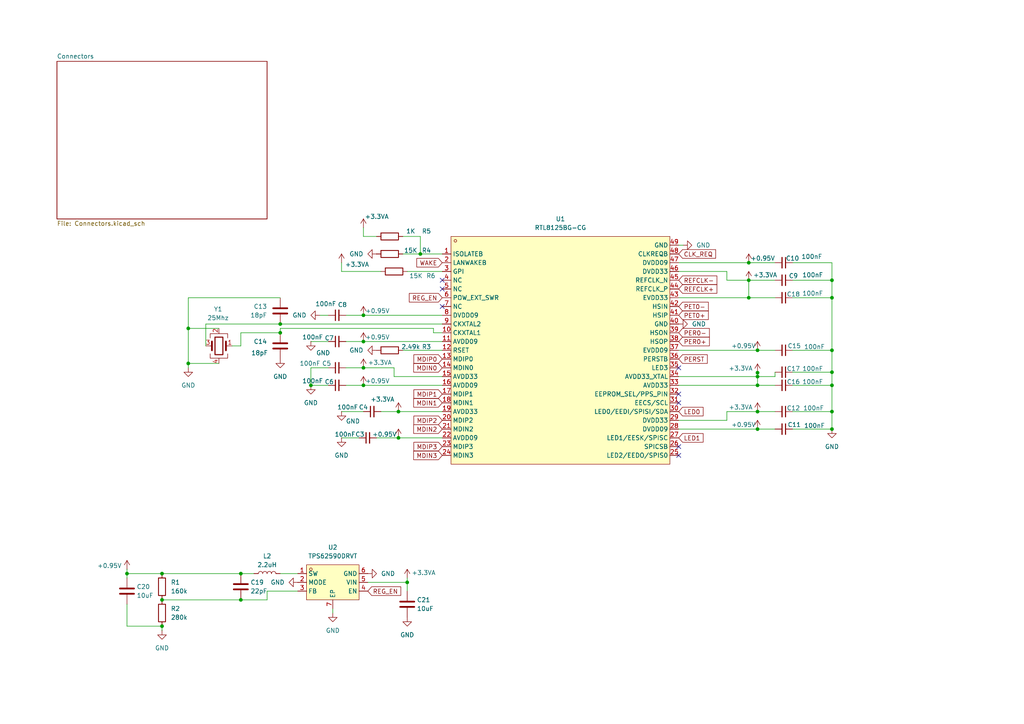
<source format=kicad_sch>
(kicad_sch (version 20250114) (generator "eeschema") (generator_version "9.0")
  (paper "A4")
  (title_block (title "PCIE 1X to 2.5G Ethernet") (date "2025-06-20") (rev "v0.1") (company "Author: Cath Bălan"))
  (lib_symbols
    (symbol "Device:C" (pin_numbers (hide yes)) (pin_names (offset 0.254))
      (property "Reference" "C" (at 0.635 2.54 0))
      (property "Value" "C" (at 0.635 -2.54 0))
      (symbol "C_0_1"
        (polyline (pts (xy -2.032 0.762) (xy 2.032 0.762)) (stroke (width 0.508)))
        (polyline (pts (xy -2.032 -0.762) (xy 2.032 -0.762)) (stroke (width 0.508)))
      )
      (symbol "C_1_1"
        (pin passive line (at 0 3.81 270) (length 2.794) (name "~") (number "1"))
        (pin passive line (at 0 -3.81 90) (length 2.794) (name "~") (number "2"))
      )
    )
    (symbol "Device:C_Small" (pin_numbers (hide yes)) (pin_names (offset 0.254) (hide yes))
      (property "Reference" "C" (at 0.254 1.778 0))
      (property "Value" "C_Small" (at 0.254 -2.032 0))
      (symbol "C_Small_0_1"
        (polyline (pts (xy -1.524 0.508) (xy 1.524 0.508)) (stroke (width 0.3048)))
        (polyline (pts (xy -1.524 -0.508) (xy 1.524 -0.508)) (stroke (width 0.3302)))
      )
      (symbol "C_Small_1_1"
        (pin passive line (at 0 2.54 270) (length 2.032) (name "~") (number "1"))
        (pin passive line (at 0 -2.54 90) (length 2.032) (name "~") (number "2"))
      )
    )
    (symbol "Device:Crystal_GND24" (pin_names (offset 1.016) (hide yes))
      (property "Reference" "Y" (at 3.175 5.08 0))
      (property "Value" "Crystal_GND24" (at 3.175 3.175 0))
      (symbol "Crystal_GND24_0_1"
        (polyline (pts (xy -2.54 2.286) (xy -2.54 3.556) (xy 2.54 3.556) (xy 2.54 2.286)))
        (polyline (pts (xy -2.54 0) (xy -2.032 0)))
        (polyline (pts (xy -2.54 -2.286) (xy -2.54 -3.556) (xy 2.54 -3.556) (xy 2.54 -2.286)))
        (polyline (pts (xy -2.032 -1.27) (xy -2.032 1.27)) (stroke (width 0.508)))
        (rectangle (start -1.143 2.54) (end 1.143 -2.54) (stroke (width 0.3048)))
        (polyline (pts (xy 0 3.556) (xy 0 3.81)))
        (polyline (pts (xy 0 -3.81) (xy 0 -3.556)))
        (polyline (pts (xy 2.032 0) (xy 2.54 0)))
        (polyline (pts (xy 2.032 -1.27) (xy 2.032 1.27)) (stroke (width 0.508)))
      )
      (symbol "Crystal_GND24_1_1"
        (pin passive line (at -3.81 0 0) (length 1.27) (name "1") (number "1"))
        (pin passive line (at 0 5.08 270) (length 1.27) (name "2") (number "2"))
        (pin passive line (at 0 -5.08 90) (length 1.27) (name "4") (number "4"))
        (pin passive line (at 3.81 0 180) (length 1.27) (name "3") (number "3"))
      )
    )
    (symbol "Device:L" (pin_numbers (hide yes)) (pin_names (offset 1.016) (hide yes))
      (property "Reference" "L" (at -1.27 0 90))
      (property "Value" "L" (at 1.905 0 90))
      (symbol "L_0_1"
        (arc (start 0 2.54) (mid 0.6323 1.905) (end 0 1.27))
        (arc (start 0 1.27) (mid 0.6323 0.635) (end 0 0))
        (arc (start 0 0) (mid 0.6323 -0.635) (end 0 -1.27))
        (arc (start 0 -1.27) (mid 0.6323 -1.905) (end 0 -2.54))
      )
      (symbol "L_1_1"
        (pin passive line (at 0 3.81 270) (length 1.27) (name "1") (number "1"))
        (pin passive line (at 0 -3.81 90) (length 1.27) (name "2") (number "2"))
      )
    )
    (symbol "Device:R" (pin_numbers (hide yes)) (pin_names (offset 0))
      (property "Reference" "R" (at 2.032 0 90))
      (property "Value" "R" (at 0 0 90))
      (symbol "R_0_1"
        (rectangle (start -1.016 -2.54) (end 1.016 2.54) (stroke (width 0.254)))
      )
      (symbol "R_1_1"
        (pin passive line (at 0 3.81 270) (length 1.27) (name "~") (number "1"))
        (pin passive line (at 0 -3.81 90) (length 1.27) (name "~") (number "2"))
      )
    )
    (symbol "da:RTL8125BG-CG"
      (property "Reference" "U" (at 0 35.56 0))
      (property "Value" "RTL8125BG-CG" (at 0 -35.56 0))
      (symbol "RTL8125BG-CG_0_1"
        (rectangle (start -31.75 33.02) (end 31.75 -33.02) (fill (type background)))
        (circle (center -30.48 31.75) (radius 0.38))
        (pin unspecified line (at -34.29 27.94 0) (length 2.54) (name "ISOLATEB") (number "1"))
        (pin unspecified line (at -34.29 25.4 0) (length 2.54) (name "LANWAKEB") (number "2"))
        (pin unspecified line (at -34.29 22.86 0) (length 2.54) (name "GPI") (number "3"))
        (pin unspecified line (at -34.29 20.32 0) (length 2.54) (name "NC") (number "4"))
        (pin unspecified line (at -34.29 17.78 0) (length 2.54) (name "NC") (number "5"))
        (pin unspecified line (at -34.29 15.24 0) (length 2.54) (name "POW_EXT_SWR") (number "6"))
        (pin unspecified line (at -34.29 12.7 0) (length 2.54) (name "NC") (number "7"))
        (pin unspecified line (at -34.29 10.16 0) (length 2.54) (name "DVDD09") (number "8"))
        (pin unspecified line (at -34.29 7.62 0) (length 2.54) (name "CKXTAL2") (number "9"))
        (pin unspecified line (at -34.29 5.08 0) (length 2.54) (name "CKXTAL1") (number "10"))
        (pin unspecified line (at -34.29 2.54 0) (length 2.54) (name "AVDD09") (number "11"))
        (pin unspecified line (at -34.29 0 0) (length 2.54) (name "RSET") (number "12"))
        (pin unspecified line (at -34.29 -2.54 0) (length 2.54) (name "MDIP0") (number "13"))
        (pin unspecified line (at -34.29 -5.08 0) (length 2.54) (name "MDIN0") (number "14"))
        (pin unspecified line (at -34.29 -7.62 0) (length 2.54) (name "AVDD33") (number "15"))
        (pin unspecified line (at -34.29 -10.16 0) (length 2.54) (name "AVDD09") (number "16"))
        (pin unspecified line (at -34.29 -12.7 0) (length 2.54) (name "MDIP1") (number "17"))
        (pin unspecified line (at -34.29 -15.24 0) (length 2.54) (name "MDIN1") (number "18"))
        (pin unspecified line (at -34.29 -17.78 0) (length 2.54) (name "AVDD33") (number "19"))
        (pin unspecified line (at -34.29 -20.32 0) (length 2.54) (name "MDIP2") (number "20"))
        (pin unspecified line (at -34.29 -22.86 0) (length 2.54) (name "MDIN2") (number "21"))
        (pin unspecified line (at -34.29 -25.4 0) (length 2.54) (name "AVDD09") (number "22"))
        (pin unspecified line (at -34.29 -27.94 0) (length 2.54) (name "MDIP3") (number "23"))
        (pin unspecified line (at -34.29 -30.48 0) (length 2.54) (name "MDIN3") (number "24"))
        (pin unspecified line (at 34.29 30.48 180) (length 2.54) (name "GND") (number "49"))
        (pin unspecified line (at 34.29 27.94 180) (length 2.54) (name "CLKREQB") (number "48"))
        (pin unspecified line (at 34.29 25.4 180) (length 2.54) (name "DVDD09") (number "47"))
        (pin unspecified line (at 34.29 22.86 180) (length 2.54) (name "DVDD33") (number "46"))
        (pin unspecified line (at 34.29 20.32 180) (length 2.54) (name "REFCLK_N") (number "45"))
        (pin unspecified line (at 34.29 17.78 180) (length 2.54) (name "REFCLK_P") (number "44"))
        (pin unspecified line (at 34.29 15.24 180) (length 2.54) (name "EVDD33") (number "43"))
        (pin unspecified line (at 34.29 12.7 180) (length 2.54) (name "HSIN") (number "42"))
        (pin unspecified line (at 34.29 10.16 180) (length 2.54) (name "HSIP") (number "41"))
        (pin unspecified line (at 34.29 7.62 180) (length 2.54) (name "GND") (number "40"))
        (pin unspecified line (at 34.29 5.08 180) (length 2.54) (name "HSON") (number "39"))
        (pin unspecified line (at 34.29 2.54 180) (length 2.54) (name "HSOP") (number "38"))
        (pin unspecified line (at 34.29 0 180) (length 2.54) (name "EVDD09") (number "37"))
        (pin unspecified line (at 34.29 -2.54 180) (length 2.54) (name "PERSTB") (number "36"))
        (pin unspecified line (at 34.29 -5.08 180) (length 2.54) (name "LED3") (number "35"))
        (pin unspecified line (at 34.29 -7.62 180) (length 2.54) (name "AVDD33_XTAL") (number "34"))
        (pin unspecified line (at 34.29 -10.16 180) (length 2.54) (name "AVDD33") (number "33"))
        (pin unspecified line (at 34.29 -12.7 180) (length 2.54) (name "EEPROM_SEL/PPS_PIN") (number "32"))
        (pin unspecified line (at 34.29 -15.24 180) (length 2.54) (name "EECS/SCL") (number "31"))
        (pin unspecified line (at 34.29 -17.78 180) (length 2.54) (name "LED0/EEDI/SPISI/SDA") (number "30"))
        (pin unspecified line (at 34.29 -20.32 180) (length 2.54) (name "DVDD33") (number "29"))
        (pin unspecified line (at 34.29 -22.86 180) (length 2.54) (name "DVDD09") (number "28"))
        (pin unspecified line (at 34.29 -25.4 180) (length 2.54) (name "LED1/EESK/SPISC") (number "27"))
        (pin unspecified line (at 34.29 -27.94 180) (length 2.54) (name "SPICSB") (number "26"))
        (pin unspecified line (at 34.29 -30.48 180) (length 2.54) (name "LED2/EEDO/SPIS0") (number "25"))
      )
    )
    (symbol "da:TPS62590DRVT"
      (property "Reference" "U" (at 0 7.62 0))
      (property "Value" "TPS62590DRVT" (at 0 -12.7 0))
      (symbol "TPS62590DRVT_0_1"
        (rectangle (start -7.62 5.08) (end 7.62 -5.08) (fill (type background)))
        (circle (center -6.35 3.81) (radius 0.38))
        (pin unspecified line (at -10.16 2.54 0) (length 2.54) (name "SW") (number "1"))
        (pin unspecified line (at -10.16 0 0) (length 2.54) (name "MODE") (number "2"))
        (pin unspecified line (at -10.16 -2.54 0) (length 2.54) (name "FB") (number "3"))
        (pin unspecified line (at 0 -7.62 90) (length 2.54) (name "EP") (number "7"))
        (pin unspecified line (at 10.16 2.54 180) (length 2.54) (name "GND") (number "6"))
        (pin unspecified line (at 10.16 0 180) (length 2.54) (name "VIN") (number "5"))
        (pin unspecified line (at 10.16 -2.54 180) (length 2.54) (name "EN") (number "4"))
      )
    )
    (symbol "power:+1V0" (power) (pin_numbers (hide yes)) (pin_names (offset 0) (hide yes))
      (property "Value" "+1V0" (at 0 3.556 0))
      (symbol "+1V0_0_1"
        (polyline (pts (xy -0.762 1.27) (xy 0 2.54)))
        (polyline (pts (xy 0 2.54) (xy 0.762 1.27)))
        (polyline (pts (xy 0 0) (xy 0 2.54)))
      )
      (symbol "+1V0_1_1"
        (pin power_in line (at 0 0 90) (length 0) (name "~") (number "1"))
      )
    )
    (symbol "power:+3.3VA" (power) (pin_names (offset 0))
      (property "Value" "+3.3VA" (at 0 3.556 0))
      (symbol "+3.3VA_0_1"
        (polyline (pts (xy -0.762 1.27) (xy 0 2.54)))
        (polyline (pts (xy 0 2.54) (xy 0.762 1.27)))
        (polyline (pts (xy 0 0) (xy 0 2.54)))
      )
      (symbol "+3.3VA_1_1"
        (pin power_in line (at 0 0 90) (length 0) (hide yes) (name "+3.3VA") (number "1"))
      )
    )
    (symbol "power:GND" (power) (pin_numbers (hide yes)) (pin_names (offset 0) (hide yes))
      (property "Value" "GND" (at 0 -3.81 0))
      (symbol "GND_0_1"
        (polyline (pts (xy 0 0) (xy 0 -1.27) (xy 1.27 -1.27) (xy 0 -2.54) (xy -1.27 -1.27) (xy 0 -1.27)))
      )
      (symbol "GND_1_1"
        (pin power_in line (at 0 0 270) (length 0) (name "~") (number "1"))
      )
    )
  )
  (junction (at 115.57 127))
  (junction (at 241.3 107.95))
  (junction (at 219.71 124.46))
  (junction (at 241.3 81.28))
  (junction (at 219.71 101.6))
  (junction (at 105.41 99.06))
  (junction (at 121.92 73.66))
  (junction (at 54.61 95.25))
  (junction (at 219.71 108.1036))
  (junction (at 219.71 119.38))
  (junction (at 217.17 81.28))
  (junction (at 105.41 91.44))
  (junction (at 219.71 109.22))
  (junction (at 241.3 86.36))
  (junction (at 81.28 93.98))
  (junction (at 118.11 168.91))
  (junction (at 69.85 173.99))
  (junction (at 115.57 119.38))
  (junction (at 217.17 86.36))
  (junction (at 105.41 106.68))
  (junction (at 217.17 76.2))
  (junction (at 219.71 111.76))
  (junction (at 54.61 105.41))
  (junction (at 241.3 119.38))
  (junction (at 81.28 96.52))
  (junction (at 90.17 111.76))
  (junction (at 105.41 111.76))
  (junction (at 241.3 101.6))
  (junction (at 46.99 166.37))
  (junction (at 36.83 166.37))
  (junction (at 46.99 181.61))
  (junction (at 69.85 166.37))
  (junction (at 241.3 124.46))
  (junction (at 241.3 111.76))
  (junction (at 46.99 173.99))
  (no_connect (at 128.27 88.9))
  (no_connect (at 196.85 114.3))
  (no_connect (at 128.27 83.82))
  (no_connect (at 196.85 116.84))
  (no_connect (at 196.85 106.68))
  (no_connect (at 128.27 81.28))
  (no_connect (at 196.85 129.54))
  (no_connect (at 196.85 132.08))
  (wire (pts (xy 217.17 81.28) (xy 224.79 81.28)))
  (wire (pts (xy 105.41 66.04) (xy 105.41 68.58)))
  (wire (pts (xy 125.73 96.52) (xy 128.27 96.52)))
  (wire (pts (xy 105.41 106.68) (xy 114.3 106.68)))
  (wire (pts (xy 69.85 166.37) (xy 73.66 166.37)))
  (wire (pts (xy 54.61 95.25) (xy 54.61 105.41)))
  (wire (pts (xy 81.28 93.98) (xy 59.69 93.98)))
  (wire (pts (xy 99.06 127) (xy 104.14 127)))
  (wire (pts (xy 105.41 111.76) (xy 128.27 111.76)))
  (wire (pts (xy 217.17 76.2) (xy 224.79 76.2)))
  (wire (pts (xy 118.11 78.74) (xy 128.27 78.74)))
  (wire (pts (xy 121.92 68.58) (xy 121.92 73.66)))
  (wire (pts (xy 114.3 106.68) (xy 114.3 109.22)))
  (wire (pts (xy 90.17 111.76) (xy 95.25 111.76)))
  (wire (pts (xy 90.17 106.68) (xy 90.17 111.76)))
  (wire (pts (xy 241.3 119.38) (xy 241.3 124.46)))
  (wire (pts (xy 241.3 119.38) (xy 229.87 119.38)))
  (wire (pts (xy 224.79 109.22) (xy 224.79 107.95)))
  (wire (pts (xy 59.69 93.98) (xy 59.69 100.33)))
  (wire (pts (xy 54.61 105.41) (xy 54.61 106.68)))
  (wire (pts (xy 125.73 95.25) (xy 125.73 96.52)))
  (wire (pts (xy 69.85 100.33) (xy 69.85 96.52)))
  (wire (pts (xy 229.87 107.95) (xy 241.3 107.95)))
  (wire (pts (xy 105.41 68.58) (xy 109.22 68.58)))
  (wire (pts (xy 110.49 119.38) (xy 115.57 119.38)))
  (wire (pts (xy 198.12 71.12) (xy 196.85 71.12)))
  (wire (pts (xy 219.71 101.6) (xy 224.79 101.6)))
  (wire (pts (xy 116.84 68.58) (xy 121.92 68.58)))
  (wire (pts (xy 196.85 109.22) (xy 219.71 109.22)))
  (wire (pts (xy 241.3 111.76) (xy 241.3 119.38)))
  (wire (pts (xy 105.41 99.06) (xy 128.27 99.06)))
  (wire (pts (xy 114.3 109.22) (xy 128.27 109.22)))
  (wire (pts (xy 36.83 181.61) (xy 46.99 181.61)))
  (wire (pts (xy 63.5 95.25) (xy 54.61 95.25)))
  (wire (pts (xy 196.85 124.46) (xy 219.71 124.46)))
  (wire (pts (xy 229.87 86.36) (xy 241.3 86.36)))
  (wire (pts (xy 54.61 86.36) (xy 54.61 95.25)))
  (wire (pts (xy 90.17 106.68) (xy 95.25 106.68)))
  (wire (pts (xy 46.99 173.99) (xy 69.85 173.99)))
  (wire (pts (xy 219.71 108.1036) (xy 219.71 107.95)))
  (wire (pts (xy 106.68 168.91) (xy 118.11 168.91)))
  (wire (pts (xy 36.83 166.37) (xy 36.83 167.64)))
  (wire (pts (xy 229.87 81.28) (xy 241.3 81.28)))
  (wire (pts (xy 100.33 111.76) (xy 105.41 111.76)))
  (wire (pts (xy 196.85 101.6) (xy 219.71 101.6)))
  (wire (pts (xy 77.47 171.45) (xy 77.47 173.99)))
  (wire (pts (xy 241.3 101.6) (xy 229.87 101.6)))
  (wire (pts (xy 241.3 81.28) (xy 241.3 86.36)))
  (wire (pts (xy 36.83 166.37) (xy 36.83 165.1)))
  (wire (pts (xy 219.71 109.22) (xy 219.71 108.1036)))
  (wire (pts (xy 196.85 111.76) (xy 219.71 111.76)))
  (wire (pts (xy 121.92 73.66) (xy 128.27 73.66)))
  (wire (pts (xy 219.71 111.76) (xy 224.79 111.76)))
  (wire (pts (xy 229.87 76.2) (xy 241.3 76.2)))
  (wire (pts (xy 81.28 86.36) (xy 54.61 86.36)))
  (wire (pts (xy 241.3 107.95) (xy 241.3 101.6)))
  (wire (pts (xy 210.82 121.92) (xy 196.85 121.92)))
  (wire (pts (xy 210.82 119.38) (xy 210.82 121.92)))
  (wire (pts (xy 118.11 168.91) (xy 118.11 171.45)))
  (wire (pts (xy 241.3 81.28) (xy 241.3 76.2)))
  (wire (pts (xy 210.82 119.38) (xy 219.71 119.38)))
  (wire (pts (xy 219.71 109.22) (xy 219.71 111.76)))
  (wire (pts (xy 99.06 76.2) (xy 99.06 78.74)))
  (wire (pts (xy 210.82 78.74) (xy 196.85 78.74)))
  (wire (pts (xy 99.06 78.74) (xy 110.49 78.74)))
  (wire (pts (xy 100.33 91.44) (xy 105.41 91.44)))
  (wire (pts (xy 217.17 86.36) (xy 224.79 86.36)))
  (wire (pts (xy 46.99 166.37) (xy 69.85 166.37)))
  (wire (pts (xy 63.5 105.41) (xy 54.61 105.41)))
  (wire (pts (xy 229.87 111.76) (xy 241.3 111.76)))
  (wire (pts (xy 81.28 95.25) (xy 125.73 95.25)))
  (wire (pts (xy 92.71 91.44) (xy 95.25 91.44)))
  (wire (pts (xy 116.84 101.6) (xy 128.27 101.6)))
  (wire (pts (xy 241.3 111.76) (xy 241.3 107.95)))
  (wire (pts (xy 217.17 81.28) (xy 210.82 81.28)))
  (wire (pts (xy 217.17 81.28) (xy 217.17 86.36)))
  (wire (pts (xy 81.28 166.37) (xy 86.36 166.37)))
  (wire (pts (xy 116.84 73.66) (xy 121.92 73.66)))
  (wire (pts (xy 219.71 119.38) (xy 224.79 119.38)))
  (wire (pts (xy 109.22 127) (xy 115.57 127)))
  (wire (pts (xy 46.99 181.61) (xy 46.99 182.88)))
  (wire (pts (xy 118.11 167.64) (xy 118.11 168.91)))
  (wire (pts (xy 229.87 124.46) (xy 241.3 124.46)))
  (wire (pts (xy 196.85 86.36) (xy 217.17 86.36)))
  (wire (pts (xy 77.47 173.99) (xy 69.85 173.99)))
  (wire (pts (xy 99.06 119.38) (xy 105.41 119.38)))
  (wire (pts (xy 81.28 95.25) (xy 81.28 96.52)))
  (wire (pts (xy 90.17 99.06) (xy 95.25 99.06)))
  (wire (pts (xy 100.33 106.68) (xy 105.41 106.68)))
  (wire (pts (xy 217.17 76.2) (xy 196.85 76.2)))
  (wire (pts (xy 219.71 109.22) (xy 224.79 109.22)))
  (wire (pts (xy 100.33 99.06) (xy 105.41 99.06)))
  (wire (pts (xy 115.57 119.38) (xy 128.27 119.38)))
  (wire (pts (xy 115.57 127) (xy 128.27 127)))
  (wire (pts (xy 86.36 171.45) (xy 77.47 171.45)))
  (wire (pts (xy 105.41 91.44) (xy 128.27 91.44)))
  (wire (pts (xy 81.28 96.52) (xy 69.85 96.52)))
  (wire (pts (xy 219.71 124.46) (xy 224.79 124.46)))
  (wire (pts (xy 69.85 100.33) (xy 67.31 100.33)))
  (wire (pts (xy 81.28 93.98) (xy 128.27 93.98)))
  (wire (pts (xy 96.52 177.8) (xy 96.52 176.53)))
  (wire (pts (xy 36.83 175.26) (xy 36.83 181.61)))
  (wire (pts (xy 241.3 86.36) (xy 241.3 101.6)))
  (wire (pts (xy 36.83 166.37) (xy 46.99 166.37)))
  (wire (pts (xy 210.82 81.28) (xy 210.82 78.74)))
  (global_label "PET0+" (shape input) (at 196.85 91.44 0) (property "Intersheetrefs" "${INTERSHEET_REFS}" (effects (hide yes))))
  (global_label "REG_EN" (shape input) (at 106.68 171.45 0) (property "Intersheetrefs" "${INTERSHEET_REFS}" (effects (hide yes))))
  (global_label "REG_EN" (shape input) (at 128.27 86.36 180) (property "Intersheetrefs" "${INTERSHEET_REFS}" (effects (hide yes))))
  (global_label "LED1" (shape input) (at 196.85 127 0) (property "Intersheetrefs" "${INTERSHEET_REFS}" (effects (hide yes))))
  (global_label "MDIN2" (shape input) (at 128.27 124.46 180) (property "Intersheetrefs" "${INTERSHEET_REFS}" (effects (hide yes))))
  (global_label "PER0-" (shape input) (at 196.85 96.52 0) (property "Intersheetrefs" "${INTERSHEET_REFS}" (effects (hide yes))))
  (global_label "MDIP1" (shape input) (at 128.27 114.3 180) (property "Intersheetrefs" "${INTERSHEET_REFS}" (effects (hide yes))))
  (global_label "MDIN0" (shape input) (at 128.27 106.68 180) (property "Intersheetrefs" "${INTERSHEET_REFS}" (effects (hide yes))))
  (global_label "PER0+" (shape input) (at 196.85 99.06 0) (property "Intersheetrefs" "${INTERSHEET_REFS}" (effects (hide yes))))
  (global_label "LED0" (shape input) (at 196.85 119.38 0) (property "Intersheetrefs" "${INTERSHEET_REFS}" (effects (hide yes))))
  (global_label "CLK_REQ" (shape input) (at 196.85 73.66 0) (property "Intersheetrefs" "${INTERSHEET_REFS}" (effects (hide yes))))
  (global_label "MDIP3" (shape input) (at 128.27 129.54 180) (property "Intersheetrefs" "${INTERSHEET_REFS}" (effects (hide yes))))
  (global_label "MDIN3" (shape input) (at 128.27 132.08 180) (property "Intersheetrefs" "${INTERSHEET_REFS}" (effects (hide yes))))
  (global_label "PET0-" (shape input) (at 196.85 88.9 0) (property "Intersheetrefs" "${INTERSHEET_REFS}" (effects (hide yes))))
  (global_label "REFCLK+" (shape input) (at 196.85 83.82 0) (property "Intersheetrefs" "${INTERSHEET_REFS}" (effects (hide yes))))
  (global_label "MDIP0" (shape input) (at 128.27 104.14 180) (property "Intersheetrefs" "${INTERSHEET_REFS}" (effects (hide yes))))
  (global_label "REFCLK-" (shape input) (at 196.85 81.28 0) (property "Intersheetrefs" "${INTERSHEET_REFS}" (effects (hide yes))))
  (global_label "MDIN1" (shape input) (at 128.27 116.84 180) (property "Intersheetrefs" "${INTERSHEET_REFS}" (effects (hide yes))))
  (global_label "WAKE" (shape input) (at 128.27 76.2 180) (property "Intersheetrefs" "${INTERSHEET_REFS}" (effects (hide yes))))
  (global_label "MDIP2" (shape input) (at 128.27 121.92 180) (property "Intersheetrefs" "${INTERSHEET_REFS}" (effects (hide yes))))
  (global_label "PERST" (shape input) (at 196.85 104.14 0) (property "Intersheetrefs" "${INTERSHEET_REFS}" (effects (hide yes))))
  (symbol (lib_id "Device:C") (at 81.28 90.17 0) (mirror y) (unit 1)
    (property "Reference" "C13" (at 77.47 88.8999 0) (effects (justify left)))
    (property "Value" "18pF" (at 77.47 91.4399 0) (effects (justify left)))
    (property "Footprint" "Capacitor_SMD:C_0402_1005Metric" (effects (hide yes)))
    (property "Description" "Unpolarized capacitor" (effects (hide yes)))
  )
  (symbol (lib_id "Device:C_Small") (at 227.33 101.6 270) (mirror x) (unit 1)
    (property "Reference" "C15" (at 230.378 100.33 90))
    (property "Value" "100nF" (at 236.22 100.584 90))
    (property "Footprint" "Capacitor_SMD:C_0402_1005Metric" (effects (hide yes)))
    (property "Description" "Unpolarized capacitor, small symbol" (effects (hide yes)))
  )
  (symbol (lib_id "Device:R") (at 46.99 170.18 0) (unit 1)
    (property "Reference" "R1" (at 49.53 168.9099 0) (effects (justify left)))
    (property "Value" "160k" (at 49.53 171.4499 0) (effects (justify left)))
    (property "Footprint" "Resistor_SMD:R_0402_1005Metric" (effects (hide yes)))
    (property "Description" "Resistor" (effects (hide yes)))
  )
  (symbol (lib_id "Device:C_Small") (at 227.33 124.46 270) (mirror x) (unit 1)
    (property "Reference" "C11" (at 230.378 123.19 90))
    (property "Value" "100nF" (at 236.22 123.444 90))
    (property "Footprint" "Capacitor_SMD:C_0402_1005Metric" (effects (hide yes)))
    (property "Description" "Unpolarized capacitor, small symbol" (effects (hide yes)))
  )
  (symbol (lib_id "Device:R") (at 46.99 177.8 0) (unit 1)
    (property "Reference" "R2" (at 49.53 176.5299 0) (effects (justify left)))
    (property "Value" "280k" (at 49.53 179.0699 0) (effects (justify left)))
    (property "Footprint" "Resistor_SMD:R_0402_1005Metric" (effects (hide yes)))
    (property "Description" "Resistor" (effects (hide yes)))
  )
  (symbol (lib_id "power:+1V0") (at 115.57 127 0) (unit 1)
    (property "Reference" "#PWR03" (effects (hide yes)))
    (property "Value" "+0.95V" (at 111.506 125.984 0))
    (property "Description" "Power symbol creates a global label with name \"+1V0\"" (effects (hide yes)))
  )
  (symbol (lib_id "power:+1V0") (at 36.83 165.1 0) (mirror y) (unit 1)
    (property "Reference" "#PWR015" (effects (hide yes)))
    (property "Value" "+0.95V" (at 31.75 164.084 0))
    (property "Description" "Power symbol creates a global label with name \"+1V0\"" (effects (hide yes)))
  )
  (symbol (lib_id "power:+1V0") (at 105.41 99.06 0) (unit 1)
    (property "Reference" "#PWR07" (effects (hide yes)))
    (property "Value" "+0.95V" (at 109.474 97.79 0))
    (property "Description" "Power symbol creates a global label with name \"+1V0\"" (effects (hide yes)))
  )
  (symbol (lib_id "Device:C") (at 118.11 175.26 0) (unit 1)
    (property "Reference" "C21" (at 120.904 173.99 0) (effects (justify left)))
    (property "Value" "10uF" (at 120.904 176.53 0) (effects (justify left)))
    (property "Footprint" "Capacitor_SMD:C_0805_2012Metric" (effects (hide yes)))
    (property "Description" "Unpolarized capacitor" (effects (hide yes)))
  )
  (symbol (lib_id "Device:L") (at 77.47 166.37 90) (unit 1)
    (property "Reference" "L2" (at 77.47 161.29 90))
    (property "Value" "2.2uH" (at 77.47 163.83 90))
    (property "Footprint" "easyeda2kicad:IND-SMD_L3.5-W3.0" (effects (hide yes)))
    (property "Description" "Inductor" (effects (hide yes)))
  )
  (symbol (lib_id "power:GND") (at 109.22 101.6 270) (mirror x) (unit 1)
    (property "Reference" "#PWR036" (effects (hide yes)))
    (property "Value" "GND" (at 105.41 101.5999 90) (effects (justify right)))
    (property "Description" "Power symbol creates a global label with name \"GND\" , ground" (effects (hide yes)))
  )
  (symbol (lib_id "Device:C_Small") (at 106.68 127 90) (unit 1)
    (property "Reference" "C3" (at 104.394 125.984 90))
    (property "Value" "100nF" (at 100.076 125.984 90))
    (property "Footprint" "Capacitor_SMD:C_0402_1005Metric" (effects (hide yes)))
    (property "Description" "Unpolarized capacitor, small symbol" (effects (hide yes)))
  )
  (symbol (lib_id "Device:R") (at 113.03 68.58 90) (unit 1)
    (property "Reference" "R5" (at 123.698 67.056 90))
    (property "Value" "1K" (at 119.126 67.056 90))
    (property "Footprint" "Resistor_SMD:R_0402_1005Metric" (effects (hide yes)))
    (property "Description" "Resistor" (effects (hide yes)))
  )
  (symbol (lib_id "power:+1V0") (at 219.71 101.6 0) (mirror y) (unit 1)
    (property "Reference" "#PWR014" (effects (hide yes)))
    (property "Value" "+0.95V" (at 215.646 100.33 0))
    (property "Description" "Power symbol creates a global label with name \"+1V0\"" (effects (hide yes)))
  )
  (symbol (lib_id "da:TPS62590DRVT") (at 96.52 168.91 0) (unit 1)
    (property "Reference" "U2" (at 96.52 158.75 0))
    (property "Value" "TPS62590DRVT" (at 96.52 161.29 0))
    (property "Footprint" "easyeda2kicad:WSON-6_L2.0-W2.0-P0.65-TL-EP" (effects (hide yes)))
    (property "LCSC Part" "C2862349" (effects (hide yes)))
  )
  (symbol (lib_id "power:GND") (at 81.28 104.14 0) (mirror y) (unit 1)
    (property "Reference" "#PWR028" (effects (hide yes)))
    (property "Value" "GND" (at 81.28 109.22 0))
    (property "Description" "Power symbol creates a global label with name \"GND\" , ground" (effects (hide yes)))
  )
  (symbol (lib_id "power:+3.3VA") (at 115.57 119.38 0) (unit 1)
    (property "Reference" "#PWR0112" (effects (hide yes)))
    (property "Value" "+3.3VA" (at 107.442 115.824 0) (effects (justify left)))
  )
  (symbol (lib_id "power:+1V0") (at 219.71 124.46 0) (mirror y) (unit 1)
    (property "Reference" "#PWR012" (effects (hide yes)))
    (property "Value" "+0.95V" (at 215.646 123.19 0))
    (property "Description" "Power symbol creates a global label with name \"+1V0\"" (effects (hide yes)))
  )
  (symbol (lib_id "power:+3.3VA") (at 105.41 106.68 0) (unit 1)
    (property "Reference" "#PWR0111" (effects (hide yes)))
    (property "Value" "+3.3VA" (at 106.68 105.156 0) (effects (justify left)))
  )
  (symbol (lib_id "power:GND") (at 86.36 168.91 270) (unit 1)
    (property "Reference" "#PWR050" (effects (hide yes)))
    (property "Value" "GND" (at 82.55 168.9099 90) (effects (justify right)))
    (property "Description" "Power symbol creates a global label with name \"GND\" , ground" (effects (hide yes)))
  )
  (symbol (lib_id "Device:C") (at 36.83 171.45 0) (unit 1)
    (property "Reference" "C20" (at 39.624 170.18 0) (effects (justify left)))
    (property "Value" "10uF" (at 39.624 172.72 0) (effects (justify left)))
    (property "Footprint" "Capacitor_SMD:C_0805_2012Metric" (effects (hide yes)))
    (property "Description" "Unpolarized capacitor" (effects (hide yes)))
  )
  (symbol (lib_id "Device:R") (at 113.03 73.66 90) (unit 1)
    (property "Reference" "R4" (at 123.698 72.644 90))
    (property "Value" "15K" (at 119.126 72.644 90))
    (property "Footprint" "Resistor_SMD:R_0402_1005Metric" (effects (hide yes)))
    (property "Description" "Resistor" (effects (hide yes)))
  )
  (symbol (lib_id "power:GND") (at 90.17 99.06 0) (mirror y) (unit 1)
    (property "Reference" "#PWR035" (effects (hide yes)))
    (property "Value" "GND" (at 93.726 102.362 0))
    (property "Description" "Power symbol creates a global label with name \"GND\" , ground" (effects (hide yes)))
  )
  (symbol (lib_id "power:+3.3VA") (at 105.41 66.04 0) (unit 1)
    (property "Reference" "#PWR0109" (effects (hide yes)))
    (property "Value" "+3.3VA" (at 105.791 62.8142 0) (effects (justify left)))
  )
  (symbol (lib_id "power:GND") (at 92.71 91.44 270) (mirror x) (unit 1)
    (property "Reference" "#PWR042" (effects (hide yes)))
    (property "Value" "GND" (at 88.9 91.4399 90) (effects (justify right)))
    (property "Description" "Power symbol creates a global label with name \"GND\" , ground" (effects (hide yes)))
  )
  (symbol (lib_id "power:GND") (at 106.68 166.37 90) (unit 1)
    (property "Reference" "#PWR047" (effects (hide yes)))
    (property "Value" "GND" (at 110.49 166.3699 90) (effects (justify right)))
    (property "Description" "Power symbol creates a global label with name \"GND\" , ground" (effects (hide yes)))
  )
  (symbol (lib_id "power:+1V0") (at 217.17 76.2 0) (unit 1)
    (property "Reference" "#PWR011" (effects (hide yes)))
    (property "Value" "+0.95V" (at 221.234 74.93 0))
    (property "Description" "Power symbol creates a global label with name \"+1V0\"" (effects (hide yes)))
  )
  (symbol (lib_id "power:GND") (at 196.85 93.98 90) (unit 1)
    (property "Reference" "#PWR01" (effects (hide yes)))
    (property "Value" "GND" (at 200.66 93.9799 90) (effects (justify right)))
    (property "Description" "Power symbol creates a global label with name \"GND\" , ground" (effects (hide yes)))
  )
  (symbol (lib_id "Device:C_Small") (at 227.33 111.76 270) (mirror x) (unit 1)
    (property "Reference" "C16" (at 230.124 110.744 90))
    (property "Value" "100nF" (at 235.712 110.744 90))
    (property "Footprint" "Capacitor_SMD:C_0402_1005Metric" (effects (hide yes)))
    (property "Description" "Unpolarized capacitor, small symbol" (effects (hide yes)))
  )
  (symbol (lib_id "power:GND") (at 198.12 71.12 90) (unit 1)
    (property "Reference" "#PWR02" (effects (hide yes)))
    (property "Value" "GND" (at 201.93 71.1199 90) (effects (justify right)))
    (property "Description" "Power symbol creates a global label with name \"GND\" , ground" (effects (hide yes)))
  )
  (symbol (lib_id "power:GND") (at 46.99 182.88 0) (unit 1)
    (property "Reference" "#PWR048" (effects (hide yes)))
    (property "Value" "GND" (at 46.99 187.96 0))
    (property "Description" "Power symbol creates a global label with name \"GND\" , ground" (effects (hide yes)))
  )
  (symbol (lib_id "power:+3.3VA") (at 118.11 167.64 0) (unit 1)
    (property "Reference" "#PWR0116" (effects (hide yes)))
    (property "Value" "+3.3VA" (at 119.38 166.116 0) (effects (justify left)))
  )
  (symbol (lib_id "Device:C_Small") (at 227.33 86.36 270) (mirror x) (unit 1)
    (property "Reference" "C18" (at 230.124 85.344 90))
    (property "Value" "100nF" (at 235.712 85.09 90))
    (property "Footprint" "Capacitor_SMD:C_0402_1005Metric" (effects (hide yes)))
    (property "Description" "Unpolarized capacitor, small symbol" (effects (hide yes)))
  )
  (symbol (lib_id "power:+1V0") (at 105.41 111.76 0) (unit 1)
    (property "Reference" "#PWR06" (effects (hide yes)))
    (property "Value" "+0.95V" (at 109.474 110.49 0))
    (property "Description" "Power symbol creates a global label with name \"+1V0\"" (effects (hide yes)))
  )
  (symbol (lib_id "power:GND") (at 99.06 127 0) (mirror y) (unit 1)
    (property "Reference" "#PWR031" (effects (hide yes)))
    (property "Value" "GND" (at 99.06 132.08 0))
    (property "Description" "Power symbol creates a global label with name \"GND\" , ground" (effects (hide yes)))
  )
  (symbol (lib_id "power:GND") (at 96.52 177.8 0) (unit 1)
    (property "Reference" "#PWR046" (effects (hide yes)))
    (property "Value" "GND" (at 96.52 182.88 0))
    (property "Description" "Power symbol creates a global label with name \"GND\" , ground" (effects (hide yes)))
  )
  (symbol (lib_id "power:GND") (at 90.17 111.76 0) (mirror y) (unit 1)
    (property "Reference" "#PWR034" (effects (hide yes)))
    (property "Value" "GND" (at 90.17 116.84 0))
    (property "Description" "Power symbol creates a global label with name \"GND\" , ground" (effects (hide yes)))
  )
  (symbol (lib_id "Device:C_Small") (at 97.79 91.44 90) (unit 1)
    (property "Reference" "C8" (at 99.314 88.392 90))
    (property "Value" "100nF" (at 94.488 88.138 90))
    (property "Footprint" "Capacitor_SMD:C_0402_1005Metric" (effects (hide yes)))
    (property "Description" "Unpolarized capacitor, small symbol" (effects (hide yes)))
  )
  (symbol (lib_id "power:GND") (at 241.3 124.46 0) (unit 1)
    (property "Reference" "#PWR045" (effects (hide yes)))
    (property "Value" "GND" (at 241.3 129.54 0))
    (property "Description" "Power symbol creates a global label with name \"GND\" , ground" (effects (hide yes)))
  )
  (symbol (lib_id "Device:C") (at 81.28 100.33 0) (mirror y) (unit 1)
    (property "Reference" "C14" (at 77.47 99.0599 0) (effects (justify left)))
    (property "Value" "18pF" (at 77.724 102.362 0) (effects (justify left)))
    (property "Footprint" "Capacitor_SMD:C_0402_1005Metric" (effects (hide yes)))
    (property "Description" "Unpolarized capacitor" (effects (hide yes)))
  )
  (symbol (lib_id "power:GND") (at 99.06 119.38 0) (mirror y) (unit 1)
    (property "Reference" "#PWR032" (effects (hide yes)))
    (property "Value" "GND" (at 102.362 122.174 0))
    (property "Description" "Power symbol creates a global label with name \"GND\" , ground" (effects (hide yes)))
  )
  (symbol (lib_id "power:GND") (at 118.11 179.07 0) (unit 1)
    (property "Reference" "#PWR049" (effects (hide yes)))
    (property "Value" "GND" (at 118.11 184.15 0))
    (property "Description" "Power symbol creates a global label with name \"GND\" , ground" (effects (hide yes)))
  )
  (symbol (lib_id "power:GND") (at 54.61 106.68 0) (mirror y) (unit 1)
    (property "Reference" "#PWR030" (effects (hide yes)))
    (property "Value" "GND" (at 54.61 111.76 0))
    (property "Description" "Power symbol creates a global label with name \"GND\" , ground" (effects (hide yes)))
  )
  (symbol (lib_id "power:+3.3VA") (at 217.17 81.28 0) (unit 1)
    (property "Reference" "#PWR0115" (effects (hide yes)))
    (property "Value" "+3.3VA" (at 218.44 79.756 0) (effects (justify left)))
  )
  (symbol (lib_id "Device:C_Small") (at 227.33 76.2 270) (unit 1)
    (property "Reference" "C10" (at 229.87 74.93 90))
    (property "Value" "100nF" (at 235.458 74.422 90))
    (property "Footprint" "Capacitor_SMD:C_0402_1005Metric" (effects (hide yes)))
    (property "Description" "Unpolarized capacitor, small symbol" (effects (hide yes)))
  )
  (symbol (lib_id "Device:C_Small") (at 97.79 111.76 90) (unit 1)
    (property "Reference" "C6" (at 95.504 110.744 90))
    (property "Value" "100nF" (at 90.678 110.49 90))
    (property "Footprint" "Capacitor_SMD:C_0402_1005Metric" (effects (hide yes)))
    (property "Description" "Unpolarized capacitor, small symbol" (effects (hide yes)))
  )
  (symbol (lib_id "power:GND") (at 109.22 73.66 270) (mirror x) (unit 1)
    (property "Reference" "#PWR043" (effects (hide yes)))
    (property "Value" "GND" (at 105.41 73.6599 90) (effects (justify right)))
    (property "Description" "Power symbol creates a global label with name \"GND\" , ground" (effects (hide yes)))
  )
  (symbol (lib_id "Device:C_Small") (at 97.79 106.68 90) (unit 1)
    (property "Reference" "C5" (at 94.742 105.41 90))
    (property "Value" "100nF" (at 89.916 105.41 90))
    (property "Footprint" "Capacitor_SMD:C_0402_1005Metric" (effects (hide yes)))
    (property "Description" "Unpolarized capacitor, small symbol" (effects (hide yes)))
  )
  (symbol (lib_id "da:RTL8125BG-CG") (at 162.56 101.6 0) (unit 1)
    (property "Reference" "U1" (at 162.56 63.5 0))
    (property "Value" "RTL8125BG-CG" (at 162.56 66.04 0))
    (property "Footprint" "easyeda2kicad:TQFN-48_L6.0-W6.0-P0.40-BL-EP4.5" (effects (hide yes)))
    (property "LCSC Part" "C3013605" (effects (hide yes)))
  )
  (symbol (lib_id "Device:C_Small") (at 227.33 107.95 270) (mirror x) (unit 1)
    (property "Reference" "C17" (at 230.124 106.934 90))
    (property "Value" "100nF" (at 235.712 106.934 90))
    (property "Footprint" "Capacitor_SMD:C_0402_1005Metric" (effects (hide yes)))
    (property "Description" "Unpolarized capacitor, small symbol" (effects (hide yes)))
  )
  (symbol (lib_id "Device:C_Small") (at 107.95 119.38 90) (unit 1)
    (property "Reference" "C4" (at 105.41 118.11 90))
    (property "Value" "100nF" (at 100.838 118.11 90))
    (property "Footprint" "Capacitor_SMD:C_0402_1005Metric" (effects (hide yes)))
    (property "Description" "Unpolarized capacitor, small symbol" (effects (hide yes)))
  )
  (symbol (lib_id "Device:Crystal_GND24") (at 63.5 100.33 0) (mirror y) (unit 1)
    (property "Reference" "Y1" (at 63.246 89.662 0))
    (property "Value" "25Mhz" (at 63.246 92.202 0))
    (property "Footprint" "Crystal:Crystal_SMD_3225-4Pin_3.2x2.5mm" (effects (hide yes)))
    (property "Description" "Four pin crystal, GND on pins 2 and 4" (effects (hide yes)))
  )
  (symbol (lib_id "Device:C_Small") (at 97.79 99.06 90) (unit 1)
    (property "Reference" "C7" (at 95.504 98.044 90))
    (property "Value" "100nF" (at 90.678 97.79 90))
    (property "Footprint" "Capacitor_SMD:C_0402_1005Metric" (effects (hide yes)))
    (property "Description" "Unpolarized capacitor, small symbol" (effects (hide yes)))
  )
  (symbol (lib_id "power:+3.3VA") (at 219.71 119.38 0) (unit 1)
    (property "Reference" "#PWR0113" (effects (hide yes)))
    (property "Value" "+3.3VA" (at 211.328 118.11 0) (effects (justify left)))
  )
  (symbol (lib_id "Device:C") (at 69.85 170.18 0) (unit 1)
    (property "Reference" "C19" (at 72.644 168.91 0) (effects (justify left)))
    (property "Value" "22pF" (at 72.644 171.45 0) (effects (justify left)))
    (property "Footprint" "Capacitor_SMD:C_0402_1005Metric" (effects (hide yes)))
    (property "Description" "Unpolarized capacitor" (effects (hide yes)))
  )
  (symbol (lib_id "Device:R") (at 113.03 101.6 90) (unit 1)
    (property "Reference" "R3" (at 123.698 100.584 90))
    (property "Value" "2.49k" (at 119.126 100.584 90))
    (property "Footprint" "Resistor_SMD:R_0402_1005Metric" (effects (hide yes)))
    (property "Description" "Resistor" (effects (hide yes)))
  )
  (symbol (lib_id "power:+1V0") (at 105.41 91.44 0) (unit 1)
    (property "Reference" "#PWR08" (effects (hide yes)))
    (property "Value" "+0.95V" (at 109.474 90.17 0))
    (property "Description" "Power symbol creates a global label with name \"+1V0\"" (effects (hide yes)))
  )
  (symbol (lib_id "Device:C_Small") (at 227.33 119.38 270) (mirror x) (unit 1)
    (property "Reference" "C12" (at 230.124 118.364 90))
    (property "Value" "100nF" (at 235.966 118.364 90))
    (property "Footprint" "Capacitor_SMD:C_0402_1005Metric" (effects (hide yes)))
    (property "Description" "Unpolarized capacitor, small symbol" (effects (hide yes)))
  )
  (symbol (lib_id "power:+3.3VA") (at 99.06 76.2 0) (unit 1)
    (property "Reference" "#PWR0110" (effects (hide yes)))
    (property "Value" "+3.3VA" (at 100.076 76.708 0) (effects (justify left)))
  )
  (symbol (lib_id "Device:R") (at 114.3 78.74 90) (unit 1)
    (property "Reference" "R6" (at 124.968 80.01 90))
    (property "Value" "15K" (at 120.65 80.01 90))
    (property "Footprint" "Resistor_SMD:R_0402_1005Metric" (effects (hide yes)))
    (property "Description" "Resistor" (effects (hide yes)))
  )
  (symbol (lib_id "power:+3.3VA") (at 219.71 108.1036 0) (unit 1)
    (property "Reference" "#PWR0114" (effects (hide yes)))
    (property "Value" "+3.3VA" (at 211.328 106.8336 0) (effects (justify left)))
  )
  (symbol (lib_id "Device:C_Small") (at 227.33 81.28 270) (unit 1)
    (property "Reference" "C9" (at 230.124 80.01 90))
    (property "Value" "100nF" (at 235.712 79.756 90))
    (property "Footprint" "Capacitor_SMD:C_0402_1005Metric" (effects (hide yes)))
    (property "Description" "Unpolarized capacitor, small symbol" (effects (hide yes)))
  )
  (sheet (at 16.51 17.78) (size 60.96 45.72) (stroke (width 0.1524))
    (property "Sheetname" "Connectors" (at 16.51 17.0684 0) (effects (justify left bottom)))
    (property "Sheetfile" "Connectors.kicad_sch" (at 16.51 64.0846 0) (effects (justify left top)))
  )
)
</source>
